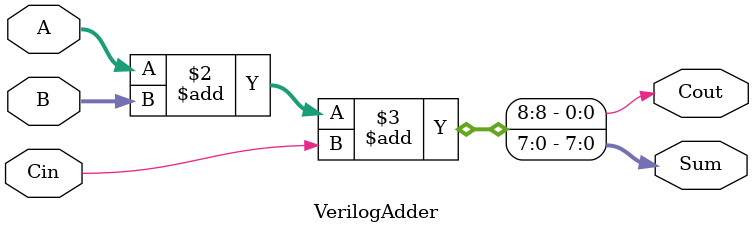
<source format=v>
module VerilogAdder(
	input [7:0] A,
	input [7:0] B,
	input Cin,
	output reg [7:0] Sum,
	output reg Cout
	);

	always @ (*)
	begin
		{Cout, Sum} = A + B + Cin;
	end
endmodule
</source>
